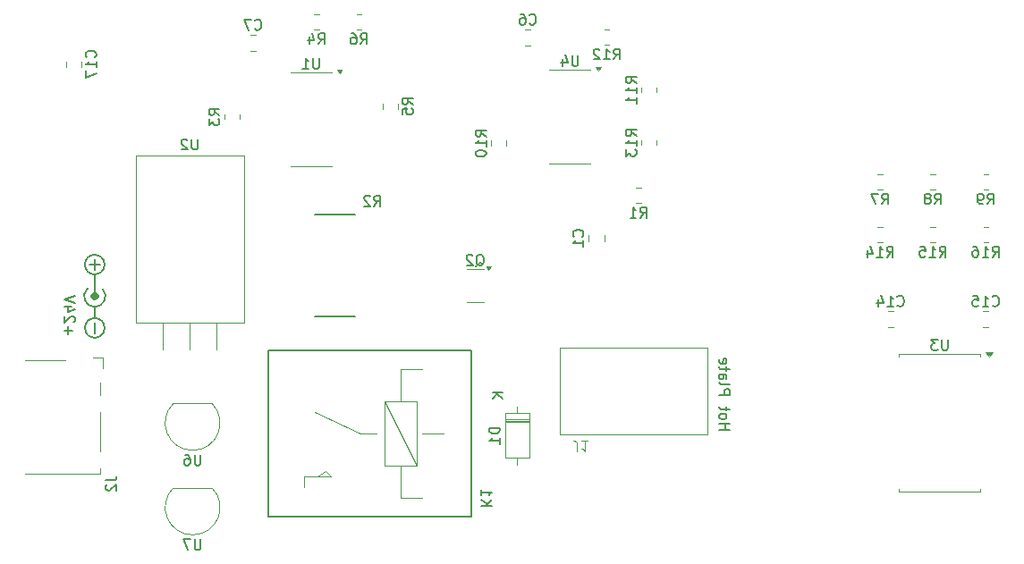
<source format=gbr>
%TF.GenerationSoftware,KiCad,Pcbnew,8.0.1*%
%TF.CreationDate,2024-07-30T14:49:36+02:00*%
%TF.ProjectId,driver,64726976-6572-42e6-9b69-6361645f7063,rev?*%
%TF.SameCoordinates,Original*%
%TF.FileFunction,Legend,Bot*%
%TF.FilePolarity,Positive*%
%FSLAX46Y46*%
G04 Gerber Fmt 4.6, Leading zero omitted, Abs format (unit mm)*
G04 Created by KiCad (PCBNEW 8.0.1) date 2024-07-30 14:49:36*
%MOMM*%
%LPD*%
G01*
G04 APERTURE LIST*
%ADD10C,0.200000*%
%ADD11C,0.150000*%
%ADD12C,0.100000*%
%ADD13C,0.120000*%
%ADD14C,0.152400*%
%ADD15C,0.500000*%
G04 APERTURE END LIST*
D10*
X161475000Y-82000000D02*
X160475000Y-82000000D01*
X160975000Y-81500000D02*
X160975000Y-82500000D01*
X161000000Y-87500000D02*
X161000000Y-88500000D01*
X158488733Y-88630326D02*
X158488733Y-87868422D01*
X158107780Y-88249374D02*
X158869685Y-88249374D01*
X159012542Y-87439850D02*
X159060161Y-87392231D01*
X159060161Y-87392231D02*
X159107780Y-87296993D01*
X159107780Y-87296993D02*
X159107780Y-87058898D01*
X159107780Y-87058898D02*
X159060161Y-86963660D01*
X159060161Y-86963660D02*
X159012542Y-86916041D01*
X159012542Y-86916041D02*
X158917304Y-86868422D01*
X158917304Y-86868422D02*
X158822066Y-86868422D01*
X158822066Y-86868422D02*
X158679209Y-86916041D01*
X158679209Y-86916041D02*
X158107780Y-87487469D01*
X158107780Y-87487469D02*
X158107780Y-86868422D01*
X158774447Y-86011279D02*
X158107780Y-86011279D01*
X159155400Y-86249374D02*
X158441114Y-86487469D01*
X158441114Y-86487469D02*
X158441114Y-85868422D01*
X159107780Y-85630326D02*
X158107780Y-85296993D01*
X158107780Y-85296993D02*
X159107780Y-84963660D01*
X220132780Y-97630326D02*
X221132780Y-97630326D01*
X220656590Y-97630326D02*
X220656590Y-97058898D01*
X220132780Y-97058898D02*
X221132780Y-97058898D01*
X220132780Y-96439850D02*
X220180400Y-96535088D01*
X220180400Y-96535088D02*
X220228019Y-96582707D01*
X220228019Y-96582707D02*
X220323257Y-96630326D01*
X220323257Y-96630326D02*
X220608971Y-96630326D01*
X220608971Y-96630326D02*
X220704209Y-96582707D01*
X220704209Y-96582707D02*
X220751828Y-96535088D01*
X220751828Y-96535088D02*
X220799447Y-96439850D01*
X220799447Y-96439850D02*
X220799447Y-96296993D01*
X220799447Y-96296993D02*
X220751828Y-96201755D01*
X220751828Y-96201755D02*
X220704209Y-96154136D01*
X220704209Y-96154136D02*
X220608971Y-96106517D01*
X220608971Y-96106517D02*
X220323257Y-96106517D01*
X220323257Y-96106517D02*
X220228019Y-96154136D01*
X220228019Y-96154136D02*
X220180400Y-96201755D01*
X220180400Y-96201755D02*
X220132780Y-96296993D01*
X220132780Y-96296993D02*
X220132780Y-96439850D01*
X220799447Y-95820802D02*
X220799447Y-95439850D01*
X221132780Y-95677945D02*
X220275638Y-95677945D01*
X220275638Y-95677945D02*
X220180400Y-95630326D01*
X220180400Y-95630326D02*
X220132780Y-95535088D01*
X220132780Y-95535088D02*
X220132780Y-95439850D01*
X220132780Y-94344611D02*
X221132780Y-94344611D01*
X221132780Y-94344611D02*
X221132780Y-93963659D01*
X221132780Y-93963659D02*
X221085161Y-93868421D01*
X221085161Y-93868421D02*
X221037542Y-93820802D01*
X221037542Y-93820802D02*
X220942304Y-93773183D01*
X220942304Y-93773183D02*
X220799447Y-93773183D01*
X220799447Y-93773183D02*
X220704209Y-93820802D01*
X220704209Y-93820802D02*
X220656590Y-93868421D01*
X220656590Y-93868421D02*
X220608971Y-93963659D01*
X220608971Y-93963659D02*
X220608971Y-94344611D01*
X220132780Y-93201754D02*
X220180400Y-93296992D01*
X220180400Y-93296992D02*
X220275638Y-93344611D01*
X220275638Y-93344611D02*
X221132780Y-93344611D01*
X220132780Y-92392230D02*
X220656590Y-92392230D01*
X220656590Y-92392230D02*
X220751828Y-92439849D01*
X220751828Y-92439849D02*
X220799447Y-92535087D01*
X220799447Y-92535087D02*
X220799447Y-92725563D01*
X220799447Y-92725563D02*
X220751828Y-92820801D01*
X220180400Y-92392230D02*
X220132780Y-92487468D01*
X220132780Y-92487468D02*
X220132780Y-92725563D01*
X220132780Y-92725563D02*
X220180400Y-92820801D01*
X220180400Y-92820801D02*
X220275638Y-92868420D01*
X220275638Y-92868420D02*
X220370876Y-92868420D01*
X220370876Y-92868420D02*
X220466114Y-92820801D01*
X220466114Y-92820801D02*
X220513733Y-92725563D01*
X220513733Y-92725563D02*
X220513733Y-92487468D01*
X220513733Y-92487468D02*
X220561352Y-92392230D01*
X220799447Y-92058896D02*
X220799447Y-91677944D01*
X221132780Y-91916039D02*
X220275638Y-91916039D01*
X220275638Y-91916039D02*
X220180400Y-91868420D01*
X220180400Y-91868420D02*
X220132780Y-91773182D01*
X220132780Y-91773182D02*
X220132780Y-91677944D01*
X220180400Y-90963658D02*
X220132780Y-91058896D01*
X220132780Y-91058896D02*
X220132780Y-91249372D01*
X220132780Y-91249372D02*
X220180400Y-91344610D01*
X220180400Y-91344610D02*
X220275638Y-91392229D01*
X220275638Y-91392229D02*
X220656590Y-91392229D01*
X220656590Y-91392229D02*
X220751828Y-91344610D01*
X220751828Y-91344610D02*
X220799447Y-91249372D01*
X220799447Y-91249372D02*
X220799447Y-91058896D01*
X220799447Y-91058896D02*
X220751828Y-90963658D01*
X220751828Y-90963658D02*
X220656590Y-90916039D01*
X220656590Y-90916039D02*
X220561352Y-90916039D01*
X220561352Y-90916039D02*
X220466114Y-91392229D01*
D11*
X235516666Y-76279819D02*
X235849999Y-75803628D01*
X236088094Y-76279819D02*
X236088094Y-75279819D01*
X236088094Y-75279819D02*
X235707142Y-75279819D01*
X235707142Y-75279819D02*
X235611904Y-75327438D01*
X235611904Y-75327438D02*
X235564285Y-75375057D01*
X235564285Y-75375057D02*
X235516666Y-75470295D01*
X235516666Y-75470295D02*
X235516666Y-75613152D01*
X235516666Y-75613152D02*
X235564285Y-75708390D01*
X235564285Y-75708390D02*
X235611904Y-75756009D01*
X235611904Y-75756009D02*
X235707142Y-75803628D01*
X235707142Y-75803628D02*
X236088094Y-75803628D01*
X235183332Y-75279819D02*
X234516666Y-75279819D01*
X234516666Y-75279819D02*
X234945237Y-76279819D01*
X202166666Y-59179580D02*
X202214285Y-59227200D01*
X202214285Y-59227200D02*
X202357142Y-59274819D01*
X202357142Y-59274819D02*
X202452380Y-59274819D01*
X202452380Y-59274819D02*
X202595237Y-59227200D01*
X202595237Y-59227200D02*
X202690475Y-59131961D01*
X202690475Y-59131961D02*
X202738094Y-59036723D01*
X202738094Y-59036723D02*
X202785713Y-58846247D01*
X202785713Y-58846247D02*
X202785713Y-58703390D01*
X202785713Y-58703390D02*
X202738094Y-58512914D01*
X202738094Y-58512914D02*
X202690475Y-58417676D01*
X202690475Y-58417676D02*
X202595237Y-58322438D01*
X202595237Y-58322438D02*
X202452380Y-58274819D01*
X202452380Y-58274819D02*
X202357142Y-58274819D01*
X202357142Y-58274819D02*
X202214285Y-58322438D01*
X202214285Y-58322438D02*
X202166666Y-58370057D01*
X201309523Y-58274819D02*
X201499999Y-58274819D01*
X201499999Y-58274819D02*
X201595237Y-58322438D01*
X201595237Y-58322438D02*
X201642856Y-58370057D01*
X201642856Y-58370057D02*
X201738094Y-58512914D01*
X201738094Y-58512914D02*
X201785713Y-58703390D01*
X201785713Y-58703390D02*
X201785713Y-59084342D01*
X201785713Y-59084342D02*
X201738094Y-59179580D01*
X201738094Y-59179580D02*
X201690475Y-59227200D01*
X201690475Y-59227200D02*
X201595237Y-59274819D01*
X201595237Y-59274819D02*
X201404761Y-59274819D01*
X201404761Y-59274819D02*
X201309523Y-59227200D01*
X201309523Y-59227200D02*
X201261904Y-59179580D01*
X201261904Y-59179580D02*
X201214285Y-59084342D01*
X201214285Y-59084342D02*
X201214285Y-58846247D01*
X201214285Y-58846247D02*
X201261904Y-58751009D01*
X201261904Y-58751009D02*
X201309523Y-58703390D01*
X201309523Y-58703390D02*
X201404761Y-58655771D01*
X201404761Y-58655771D02*
X201595237Y-58655771D01*
X201595237Y-58655771D02*
X201690475Y-58703390D01*
X201690475Y-58703390D02*
X201738094Y-58751009D01*
X201738094Y-58751009D02*
X201785713Y-58846247D01*
X198054819Y-69857142D02*
X197578628Y-69523809D01*
X198054819Y-69285714D02*
X197054819Y-69285714D01*
X197054819Y-69285714D02*
X197054819Y-69666666D01*
X197054819Y-69666666D02*
X197102438Y-69761904D01*
X197102438Y-69761904D02*
X197150057Y-69809523D01*
X197150057Y-69809523D02*
X197245295Y-69857142D01*
X197245295Y-69857142D02*
X197388152Y-69857142D01*
X197388152Y-69857142D02*
X197483390Y-69809523D01*
X197483390Y-69809523D02*
X197531009Y-69761904D01*
X197531009Y-69761904D02*
X197578628Y-69666666D01*
X197578628Y-69666666D02*
X197578628Y-69285714D01*
X198054819Y-70809523D02*
X198054819Y-70238095D01*
X198054819Y-70523809D02*
X197054819Y-70523809D01*
X197054819Y-70523809D02*
X197197676Y-70428571D01*
X197197676Y-70428571D02*
X197292914Y-70333333D01*
X197292914Y-70333333D02*
X197340533Y-70238095D01*
X197054819Y-71428571D02*
X197054819Y-71523809D01*
X197054819Y-71523809D02*
X197102438Y-71619047D01*
X197102438Y-71619047D02*
X197150057Y-71666666D01*
X197150057Y-71666666D02*
X197245295Y-71714285D01*
X197245295Y-71714285D02*
X197435771Y-71761904D01*
X197435771Y-71761904D02*
X197673866Y-71761904D01*
X197673866Y-71761904D02*
X197864342Y-71714285D01*
X197864342Y-71714285D02*
X197959580Y-71666666D01*
X197959580Y-71666666D02*
X198007200Y-71619047D01*
X198007200Y-71619047D02*
X198054819Y-71523809D01*
X198054819Y-71523809D02*
X198054819Y-71428571D01*
X198054819Y-71428571D02*
X198007200Y-71333333D01*
X198007200Y-71333333D02*
X197959580Y-71285714D01*
X197959580Y-71285714D02*
X197864342Y-71238095D01*
X197864342Y-71238095D02*
X197673866Y-71190476D01*
X197673866Y-71190476D02*
X197435771Y-71190476D01*
X197435771Y-71190476D02*
X197245295Y-71238095D01*
X197245295Y-71238095D02*
X197150057Y-71285714D01*
X197150057Y-71285714D02*
X197102438Y-71333333D01*
X197102438Y-71333333D02*
X197054819Y-71428571D01*
X182166666Y-61104819D02*
X182499999Y-60628628D01*
X182738094Y-61104819D02*
X182738094Y-60104819D01*
X182738094Y-60104819D02*
X182357142Y-60104819D01*
X182357142Y-60104819D02*
X182261904Y-60152438D01*
X182261904Y-60152438D02*
X182214285Y-60200057D01*
X182214285Y-60200057D02*
X182166666Y-60295295D01*
X182166666Y-60295295D02*
X182166666Y-60438152D01*
X182166666Y-60438152D02*
X182214285Y-60533390D01*
X182214285Y-60533390D02*
X182261904Y-60581009D01*
X182261904Y-60581009D02*
X182357142Y-60628628D01*
X182357142Y-60628628D02*
X182738094Y-60628628D01*
X181309523Y-60438152D02*
X181309523Y-61104819D01*
X181547618Y-60057200D02*
X181785713Y-60771485D01*
X181785713Y-60771485D02*
X181166666Y-60771485D01*
X235992857Y-81279819D02*
X236326190Y-80803628D01*
X236564285Y-81279819D02*
X236564285Y-80279819D01*
X236564285Y-80279819D02*
X236183333Y-80279819D01*
X236183333Y-80279819D02*
X236088095Y-80327438D01*
X236088095Y-80327438D02*
X236040476Y-80375057D01*
X236040476Y-80375057D02*
X235992857Y-80470295D01*
X235992857Y-80470295D02*
X235992857Y-80613152D01*
X235992857Y-80613152D02*
X236040476Y-80708390D01*
X236040476Y-80708390D02*
X236088095Y-80756009D01*
X236088095Y-80756009D02*
X236183333Y-80803628D01*
X236183333Y-80803628D02*
X236564285Y-80803628D01*
X235040476Y-81279819D02*
X235611904Y-81279819D01*
X235326190Y-81279819D02*
X235326190Y-80279819D01*
X235326190Y-80279819D02*
X235421428Y-80422676D01*
X235421428Y-80422676D02*
X235516666Y-80517914D01*
X235516666Y-80517914D02*
X235611904Y-80565533D01*
X234183333Y-80613152D02*
X234183333Y-81279819D01*
X234421428Y-80232200D02*
X234659523Y-80946485D01*
X234659523Y-80946485D02*
X234040476Y-80946485D01*
X212279819Y-64817142D02*
X211803628Y-64483809D01*
X212279819Y-64245714D02*
X211279819Y-64245714D01*
X211279819Y-64245714D02*
X211279819Y-64626666D01*
X211279819Y-64626666D02*
X211327438Y-64721904D01*
X211327438Y-64721904D02*
X211375057Y-64769523D01*
X211375057Y-64769523D02*
X211470295Y-64817142D01*
X211470295Y-64817142D02*
X211613152Y-64817142D01*
X211613152Y-64817142D02*
X211708390Y-64769523D01*
X211708390Y-64769523D02*
X211756009Y-64721904D01*
X211756009Y-64721904D02*
X211803628Y-64626666D01*
X211803628Y-64626666D02*
X211803628Y-64245714D01*
X212279819Y-65769523D02*
X212279819Y-65198095D01*
X212279819Y-65483809D02*
X211279819Y-65483809D01*
X211279819Y-65483809D02*
X211422676Y-65388571D01*
X211422676Y-65388571D02*
X211517914Y-65293333D01*
X211517914Y-65293333D02*
X211565533Y-65198095D01*
X212279819Y-66721904D02*
X212279819Y-66150476D01*
X212279819Y-66436190D02*
X211279819Y-66436190D01*
X211279819Y-66436190D02*
X211422676Y-66340952D01*
X211422676Y-66340952D02*
X211517914Y-66245714D01*
X211517914Y-66245714D02*
X211565533Y-66150476D01*
X162054819Y-102422493D02*
X162769104Y-102422493D01*
X162769104Y-102422493D02*
X162911961Y-102374874D01*
X162911961Y-102374874D02*
X163007200Y-102279636D01*
X163007200Y-102279636D02*
X163054819Y-102136779D01*
X163054819Y-102136779D02*
X163054819Y-102041541D01*
X162150057Y-102851065D02*
X162102438Y-102898684D01*
X162102438Y-102898684D02*
X162054819Y-102993922D01*
X162054819Y-102993922D02*
X162054819Y-103232017D01*
X162054819Y-103232017D02*
X162102438Y-103327255D01*
X162102438Y-103327255D02*
X162150057Y-103374874D01*
X162150057Y-103374874D02*
X162245295Y-103422493D01*
X162245295Y-103422493D02*
X162340533Y-103422493D01*
X162340533Y-103422493D02*
X162483390Y-103374874D01*
X162483390Y-103374874D02*
X163054819Y-102803446D01*
X163054819Y-102803446D02*
X163054819Y-103422493D01*
X172804819Y-67833333D02*
X172328628Y-67500000D01*
X172804819Y-67261905D02*
X171804819Y-67261905D01*
X171804819Y-67261905D02*
X171804819Y-67642857D01*
X171804819Y-67642857D02*
X171852438Y-67738095D01*
X171852438Y-67738095D02*
X171900057Y-67785714D01*
X171900057Y-67785714D02*
X171995295Y-67833333D01*
X171995295Y-67833333D02*
X172138152Y-67833333D01*
X172138152Y-67833333D02*
X172233390Y-67785714D01*
X172233390Y-67785714D02*
X172281009Y-67738095D01*
X172281009Y-67738095D02*
X172328628Y-67642857D01*
X172328628Y-67642857D02*
X172328628Y-67261905D01*
X171804819Y-68166667D02*
X171804819Y-68785714D01*
X171804819Y-68785714D02*
X172185771Y-68452381D01*
X172185771Y-68452381D02*
X172185771Y-68595238D01*
X172185771Y-68595238D02*
X172233390Y-68690476D01*
X172233390Y-68690476D02*
X172281009Y-68738095D01*
X172281009Y-68738095D02*
X172376247Y-68785714D01*
X172376247Y-68785714D02*
X172614342Y-68785714D01*
X172614342Y-68785714D02*
X172709580Y-68738095D01*
X172709580Y-68738095D02*
X172757200Y-68690476D01*
X172757200Y-68690476D02*
X172804819Y-68595238D01*
X172804819Y-68595238D02*
X172804819Y-68309524D01*
X172804819Y-68309524D02*
X172757200Y-68214286D01*
X172757200Y-68214286D02*
X172709580Y-68166667D01*
X171031904Y-108014819D02*
X171031904Y-108824342D01*
X171031904Y-108824342D02*
X170984285Y-108919580D01*
X170984285Y-108919580D02*
X170936666Y-108967200D01*
X170936666Y-108967200D02*
X170841428Y-109014819D01*
X170841428Y-109014819D02*
X170650952Y-109014819D01*
X170650952Y-109014819D02*
X170555714Y-108967200D01*
X170555714Y-108967200D02*
X170508095Y-108919580D01*
X170508095Y-108919580D02*
X170460476Y-108824342D01*
X170460476Y-108824342D02*
X170460476Y-108014819D01*
X170079523Y-108014819D02*
X169412857Y-108014819D01*
X169412857Y-108014819D02*
X169841428Y-109014819D01*
X182236904Y-62444819D02*
X182236904Y-63254342D01*
X182236904Y-63254342D02*
X182189285Y-63349580D01*
X182189285Y-63349580D02*
X182141666Y-63397200D01*
X182141666Y-63397200D02*
X182046428Y-63444819D01*
X182046428Y-63444819D02*
X181855952Y-63444819D01*
X181855952Y-63444819D02*
X181760714Y-63397200D01*
X181760714Y-63397200D02*
X181713095Y-63349580D01*
X181713095Y-63349580D02*
X181665476Y-63254342D01*
X181665476Y-63254342D02*
X181665476Y-62444819D01*
X180665476Y-63444819D02*
X181236904Y-63444819D01*
X180951190Y-63444819D02*
X180951190Y-62444819D01*
X180951190Y-62444819D02*
X181046428Y-62587676D01*
X181046428Y-62587676D02*
X181141666Y-62682914D01*
X181141666Y-62682914D02*
X181236904Y-62730533D01*
X245992857Y-81279819D02*
X246326190Y-80803628D01*
X246564285Y-81279819D02*
X246564285Y-80279819D01*
X246564285Y-80279819D02*
X246183333Y-80279819D01*
X246183333Y-80279819D02*
X246088095Y-80327438D01*
X246088095Y-80327438D02*
X246040476Y-80375057D01*
X246040476Y-80375057D02*
X245992857Y-80470295D01*
X245992857Y-80470295D02*
X245992857Y-80613152D01*
X245992857Y-80613152D02*
X246040476Y-80708390D01*
X246040476Y-80708390D02*
X246088095Y-80756009D01*
X246088095Y-80756009D02*
X246183333Y-80803628D01*
X246183333Y-80803628D02*
X246564285Y-80803628D01*
X245040476Y-81279819D02*
X245611904Y-81279819D01*
X245326190Y-81279819D02*
X245326190Y-80279819D01*
X245326190Y-80279819D02*
X245421428Y-80422676D01*
X245421428Y-80422676D02*
X245516666Y-80517914D01*
X245516666Y-80517914D02*
X245611904Y-80565533D01*
X244183333Y-80279819D02*
X244373809Y-80279819D01*
X244373809Y-80279819D02*
X244469047Y-80327438D01*
X244469047Y-80327438D02*
X244516666Y-80375057D01*
X244516666Y-80375057D02*
X244611904Y-80517914D01*
X244611904Y-80517914D02*
X244659523Y-80708390D01*
X244659523Y-80708390D02*
X244659523Y-81089342D01*
X244659523Y-81089342D02*
X244611904Y-81184580D01*
X244611904Y-81184580D02*
X244564285Y-81232200D01*
X244564285Y-81232200D02*
X244469047Y-81279819D01*
X244469047Y-81279819D02*
X244278571Y-81279819D01*
X244278571Y-81279819D02*
X244183333Y-81232200D01*
X244183333Y-81232200D02*
X244135714Y-81184580D01*
X244135714Y-81184580D02*
X244088095Y-81089342D01*
X244088095Y-81089342D02*
X244088095Y-80851247D01*
X244088095Y-80851247D02*
X244135714Y-80756009D01*
X244135714Y-80756009D02*
X244183333Y-80708390D01*
X244183333Y-80708390D02*
X244278571Y-80660771D01*
X244278571Y-80660771D02*
X244469047Y-80660771D01*
X244469047Y-80660771D02*
X244564285Y-80708390D01*
X244564285Y-80708390D02*
X244611904Y-80756009D01*
X244611904Y-80756009D02*
X244659523Y-80851247D01*
X245516666Y-76279819D02*
X245849999Y-75803628D01*
X246088094Y-76279819D02*
X246088094Y-75279819D01*
X246088094Y-75279819D02*
X245707142Y-75279819D01*
X245707142Y-75279819D02*
X245611904Y-75327438D01*
X245611904Y-75327438D02*
X245564285Y-75375057D01*
X245564285Y-75375057D02*
X245516666Y-75470295D01*
X245516666Y-75470295D02*
X245516666Y-75613152D01*
X245516666Y-75613152D02*
X245564285Y-75708390D01*
X245564285Y-75708390D02*
X245611904Y-75756009D01*
X245611904Y-75756009D02*
X245707142Y-75803628D01*
X245707142Y-75803628D02*
X246088094Y-75803628D01*
X245040475Y-76279819D02*
X244849999Y-76279819D01*
X244849999Y-76279819D02*
X244754761Y-76232200D01*
X244754761Y-76232200D02*
X244707142Y-76184580D01*
X244707142Y-76184580D02*
X244611904Y-76041723D01*
X244611904Y-76041723D02*
X244564285Y-75851247D01*
X244564285Y-75851247D02*
X244564285Y-75470295D01*
X244564285Y-75470295D02*
X244611904Y-75375057D01*
X244611904Y-75375057D02*
X244659523Y-75327438D01*
X244659523Y-75327438D02*
X244754761Y-75279819D01*
X244754761Y-75279819D02*
X244945237Y-75279819D01*
X244945237Y-75279819D02*
X245040475Y-75327438D01*
X245040475Y-75327438D02*
X245088094Y-75375057D01*
X245088094Y-75375057D02*
X245135713Y-75470295D01*
X245135713Y-75470295D02*
X245135713Y-75708390D01*
X245135713Y-75708390D02*
X245088094Y-75803628D01*
X245088094Y-75803628D02*
X245040475Y-75851247D01*
X245040475Y-75851247D02*
X244945237Y-75898866D01*
X244945237Y-75898866D02*
X244754761Y-75898866D01*
X244754761Y-75898866D02*
X244659523Y-75851247D01*
X244659523Y-75851247D02*
X244611904Y-75803628D01*
X244611904Y-75803628D02*
X244564285Y-75708390D01*
D12*
X206666666Y-99692580D02*
X206666666Y-98978295D01*
X206666666Y-98978295D02*
X206619047Y-98835438D01*
X206619047Y-98835438D02*
X206523809Y-98740200D01*
X206523809Y-98740200D02*
X206380952Y-98692580D01*
X206380952Y-98692580D02*
X206285714Y-98692580D01*
X207666666Y-98692580D02*
X207095238Y-98692580D01*
X207380952Y-98692580D02*
X207380952Y-99692580D01*
X207380952Y-99692580D02*
X207285714Y-99549723D01*
X207285714Y-99549723D02*
X207190476Y-99454485D01*
X207190476Y-99454485D02*
X207095238Y-99406866D01*
D11*
X186166666Y-61104819D02*
X186499999Y-60628628D01*
X186738094Y-61104819D02*
X186738094Y-60104819D01*
X186738094Y-60104819D02*
X186357142Y-60104819D01*
X186357142Y-60104819D02*
X186261904Y-60152438D01*
X186261904Y-60152438D02*
X186214285Y-60200057D01*
X186214285Y-60200057D02*
X186166666Y-60295295D01*
X186166666Y-60295295D02*
X186166666Y-60438152D01*
X186166666Y-60438152D02*
X186214285Y-60533390D01*
X186214285Y-60533390D02*
X186261904Y-60581009D01*
X186261904Y-60581009D02*
X186357142Y-60628628D01*
X186357142Y-60628628D02*
X186738094Y-60628628D01*
X185309523Y-60104819D02*
X185499999Y-60104819D01*
X185499999Y-60104819D02*
X185595237Y-60152438D01*
X185595237Y-60152438D02*
X185642856Y-60200057D01*
X185642856Y-60200057D02*
X185738094Y-60342914D01*
X185738094Y-60342914D02*
X185785713Y-60533390D01*
X185785713Y-60533390D02*
X185785713Y-60914342D01*
X185785713Y-60914342D02*
X185738094Y-61009580D01*
X185738094Y-61009580D02*
X185690475Y-61057200D01*
X185690475Y-61057200D02*
X185595237Y-61104819D01*
X185595237Y-61104819D02*
X185404761Y-61104819D01*
X185404761Y-61104819D02*
X185309523Y-61057200D01*
X185309523Y-61057200D02*
X185261904Y-61009580D01*
X185261904Y-61009580D02*
X185214285Y-60914342D01*
X185214285Y-60914342D02*
X185214285Y-60676247D01*
X185214285Y-60676247D02*
X185261904Y-60581009D01*
X185261904Y-60581009D02*
X185309523Y-60533390D01*
X185309523Y-60533390D02*
X185404761Y-60485771D01*
X185404761Y-60485771D02*
X185595237Y-60485771D01*
X185595237Y-60485771D02*
X185690475Y-60533390D01*
X185690475Y-60533390D02*
X185738094Y-60581009D01*
X185738094Y-60581009D02*
X185785713Y-60676247D01*
X245992857Y-85854580D02*
X246040476Y-85902200D01*
X246040476Y-85902200D02*
X246183333Y-85949819D01*
X246183333Y-85949819D02*
X246278571Y-85949819D01*
X246278571Y-85949819D02*
X246421428Y-85902200D01*
X246421428Y-85902200D02*
X246516666Y-85806961D01*
X246516666Y-85806961D02*
X246564285Y-85711723D01*
X246564285Y-85711723D02*
X246611904Y-85521247D01*
X246611904Y-85521247D02*
X246611904Y-85378390D01*
X246611904Y-85378390D02*
X246564285Y-85187914D01*
X246564285Y-85187914D02*
X246516666Y-85092676D01*
X246516666Y-85092676D02*
X246421428Y-84997438D01*
X246421428Y-84997438D02*
X246278571Y-84949819D01*
X246278571Y-84949819D02*
X246183333Y-84949819D01*
X246183333Y-84949819D02*
X246040476Y-84997438D01*
X246040476Y-84997438D02*
X245992857Y-85045057D01*
X245040476Y-85949819D02*
X245611904Y-85949819D01*
X245326190Y-85949819D02*
X245326190Y-84949819D01*
X245326190Y-84949819D02*
X245421428Y-85092676D01*
X245421428Y-85092676D02*
X245516666Y-85187914D01*
X245516666Y-85187914D02*
X245611904Y-85235533D01*
X244135714Y-84949819D02*
X244611904Y-84949819D01*
X244611904Y-84949819D02*
X244659523Y-85426009D01*
X244659523Y-85426009D02*
X244611904Y-85378390D01*
X244611904Y-85378390D02*
X244516666Y-85330771D01*
X244516666Y-85330771D02*
X244278571Y-85330771D01*
X244278571Y-85330771D02*
X244183333Y-85378390D01*
X244183333Y-85378390D02*
X244135714Y-85426009D01*
X244135714Y-85426009D02*
X244088095Y-85521247D01*
X244088095Y-85521247D02*
X244088095Y-85759342D01*
X244088095Y-85759342D02*
X244135714Y-85854580D01*
X244135714Y-85854580D02*
X244183333Y-85902200D01*
X244183333Y-85902200D02*
X244278571Y-85949819D01*
X244278571Y-85949819D02*
X244516666Y-85949819D01*
X244516666Y-85949819D02*
X244611904Y-85902200D01*
X244611904Y-85902200D02*
X244659523Y-85854580D01*
X212641666Y-77564819D02*
X212974999Y-77088628D01*
X213213094Y-77564819D02*
X213213094Y-76564819D01*
X213213094Y-76564819D02*
X212832142Y-76564819D01*
X212832142Y-76564819D02*
X212736904Y-76612438D01*
X212736904Y-76612438D02*
X212689285Y-76660057D01*
X212689285Y-76660057D02*
X212641666Y-76755295D01*
X212641666Y-76755295D02*
X212641666Y-76898152D01*
X212641666Y-76898152D02*
X212689285Y-76993390D01*
X212689285Y-76993390D02*
X212736904Y-77041009D01*
X212736904Y-77041009D02*
X212832142Y-77088628D01*
X212832142Y-77088628D02*
X213213094Y-77088628D01*
X211689285Y-77564819D02*
X212260713Y-77564819D01*
X211974999Y-77564819D02*
X211974999Y-76564819D01*
X211974999Y-76564819D02*
X212070237Y-76707676D01*
X212070237Y-76707676D02*
X212165475Y-76802914D01*
X212165475Y-76802914D02*
X212260713Y-76850533D01*
X210117857Y-62564819D02*
X210451190Y-62088628D01*
X210689285Y-62564819D02*
X210689285Y-61564819D01*
X210689285Y-61564819D02*
X210308333Y-61564819D01*
X210308333Y-61564819D02*
X210213095Y-61612438D01*
X210213095Y-61612438D02*
X210165476Y-61660057D01*
X210165476Y-61660057D02*
X210117857Y-61755295D01*
X210117857Y-61755295D02*
X210117857Y-61898152D01*
X210117857Y-61898152D02*
X210165476Y-61993390D01*
X210165476Y-61993390D02*
X210213095Y-62041009D01*
X210213095Y-62041009D02*
X210308333Y-62088628D01*
X210308333Y-62088628D02*
X210689285Y-62088628D01*
X209165476Y-62564819D02*
X209736904Y-62564819D01*
X209451190Y-62564819D02*
X209451190Y-61564819D01*
X209451190Y-61564819D02*
X209546428Y-61707676D01*
X209546428Y-61707676D02*
X209641666Y-61802914D01*
X209641666Y-61802914D02*
X209736904Y-61850533D01*
X208784523Y-61660057D02*
X208736904Y-61612438D01*
X208736904Y-61612438D02*
X208641666Y-61564819D01*
X208641666Y-61564819D02*
X208403571Y-61564819D01*
X208403571Y-61564819D02*
X208308333Y-61612438D01*
X208308333Y-61612438D02*
X208260714Y-61660057D01*
X208260714Y-61660057D02*
X208213095Y-61755295D01*
X208213095Y-61755295D02*
X208213095Y-61850533D01*
X208213095Y-61850533D02*
X208260714Y-61993390D01*
X208260714Y-61993390D02*
X208832142Y-62564819D01*
X208832142Y-62564819D02*
X208213095Y-62564819D01*
X191104819Y-66833333D02*
X190628628Y-66500000D01*
X191104819Y-66261905D02*
X190104819Y-66261905D01*
X190104819Y-66261905D02*
X190104819Y-66642857D01*
X190104819Y-66642857D02*
X190152438Y-66738095D01*
X190152438Y-66738095D02*
X190200057Y-66785714D01*
X190200057Y-66785714D02*
X190295295Y-66833333D01*
X190295295Y-66833333D02*
X190438152Y-66833333D01*
X190438152Y-66833333D02*
X190533390Y-66785714D01*
X190533390Y-66785714D02*
X190581009Y-66738095D01*
X190581009Y-66738095D02*
X190628628Y-66642857D01*
X190628628Y-66642857D02*
X190628628Y-66261905D01*
X190104819Y-67738095D02*
X190104819Y-67261905D01*
X190104819Y-67261905D02*
X190581009Y-67214286D01*
X190581009Y-67214286D02*
X190533390Y-67261905D01*
X190533390Y-67261905D02*
X190485771Y-67357143D01*
X190485771Y-67357143D02*
X190485771Y-67595238D01*
X190485771Y-67595238D02*
X190533390Y-67690476D01*
X190533390Y-67690476D02*
X190581009Y-67738095D01*
X190581009Y-67738095D02*
X190676247Y-67785714D01*
X190676247Y-67785714D02*
X190914342Y-67785714D01*
X190914342Y-67785714D02*
X191009580Y-67738095D01*
X191009580Y-67738095D02*
X191057200Y-67690476D01*
X191057200Y-67690476D02*
X191104819Y-67595238D01*
X191104819Y-67595238D02*
X191104819Y-67357143D01*
X191104819Y-67357143D02*
X191057200Y-67261905D01*
X191057200Y-67261905D02*
X191009580Y-67214286D01*
X199334819Y-97451905D02*
X198334819Y-97451905D01*
X198334819Y-97451905D02*
X198334819Y-97690000D01*
X198334819Y-97690000D02*
X198382438Y-97832857D01*
X198382438Y-97832857D02*
X198477676Y-97928095D01*
X198477676Y-97928095D02*
X198572914Y-97975714D01*
X198572914Y-97975714D02*
X198763390Y-98023333D01*
X198763390Y-98023333D02*
X198906247Y-98023333D01*
X198906247Y-98023333D02*
X199096723Y-97975714D01*
X199096723Y-97975714D02*
X199191961Y-97928095D01*
X199191961Y-97928095D02*
X199287200Y-97832857D01*
X199287200Y-97832857D02*
X199334819Y-97690000D01*
X199334819Y-97690000D02*
X199334819Y-97451905D01*
X199334819Y-98975714D02*
X199334819Y-98404286D01*
X199334819Y-98690000D02*
X198334819Y-98690000D01*
X198334819Y-98690000D02*
X198477676Y-98594762D01*
X198477676Y-98594762D02*
X198572914Y-98499524D01*
X198572914Y-98499524D02*
X198620533Y-98404286D01*
X199654819Y-94118095D02*
X198654819Y-94118095D01*
X199654819Y-94689523D02*
X199083390Y-94260952D01*
X198654819Y-94689523D02*
X199226247Y-94118095D01*
X187456466Y-76473619D02*
X187789799Y-75997428D01*
X188027894Y-76473619D02*
X188027894Y-75473619D01*
X188027894Y-75473619D02*
X187646942Y-75473619D01*
X187646942Y-75473619D02*
X187551704Y-75521238D01*
X187551704Y-75521238D02*
X187504085Y-75568857D01*
X187504085Y-75568857D02*
X187456466Y-75664095D01*
X187456466Y-75664095D02*
X187456466Y-75806952D01*
X187456466Y-75806952D02*
X187504085Y-75902190D01*
X187504085Y-75902190D02*
X187551704Y-75949809D01*
X187551704Y-75949809D02*
X187646942Y-75997428D01*
X187646942Y-75997428D02*
X188027894Y-75997428D01*
X187075513Y-75568857D02*
X187027894Y-75521238D01*
X187027894Y-75521238D02*
X186932656Y-75473619D01*
X186932656Y-75473619D02*
X186694561Y-75473619D01*
X186694561Y-75473619D02*
X186599323Y-75521238D01*
X186599323Y-75521238D02*
X186551704Y-75568857D01*
X186551704Y-75568857D02*
X186504085Y-75664095D01*
X186504085Y-75664095D02*
X186504085Y-75759333D01*
X186504085Y-75759333D02*
X186551704Y-75902190D01*
X186551704Y-75902190D02*
X187123132Y-76473619D01*
X187123132Y-76473619D02*
X186504085Y-76473619D01*
X241761904Y-89104819D02*
X241761904Y-89914342D01*
X241761904Y-89914342D02*
X241714285Y-90009580D01*
X241714285Y-90009580D02*
X241666666Y-90057200D01*
X241666666Y-90057200D02*
X241571428Y-90104819D01*
X241571428Y-90104819D02*
X241380952Y-90104819D01*
X241380952Y-90104819D02*
X241285714Y-90057200D01*
X241285714Y-90057200D02*
X241238095Y-90009580D01*
X241238095Y-90009580D02*
X241190476Y-89914342D01*
X241190476Y-89914342D02*
X241190476Y-89104819D01*
X240809523Y-89104819D02*
X240190476Y-89104819D01*
X240190476Y-89104819D02*
X240523809Y-89485771D01*
X240523809Y-89485771D02*
X240380952Y-89485771D01*
X240380952Y-89485771D02*
X240285714Y-89533390D01*
X240285714Y-89533390D02*
X240238095Y-89581009D01*
X240238095Y-89581009D02*
X240190476Y-89676247D01*
X240190476Y-89676247D02*
X240190476Y-89914342D01*
X240190476Y-89914342D02*
X240238095Y-90009580D01*
X240238095Y-90009580D02*
X240285714Y-90057200D01*
X240285714Y-90057200D02*
X240380952Y-90104819D01*
X240380952Y-90104819D02*
X240666666Y-90104819D01*
X240666666Y-90104819D02*
X240761904Y-90057200D01*
X240761904Y-90057200D02*
X240809523Y-90009580D01*
X171031904Y-100014819D02*
X171031904Y-100824342D01*
X171031904Y-100824342D02*
X170984285Y-100919580D01*
X170984285Y-100919580D02*
X170936666Y-100967200D01*
X170936666Y-100967200D02*
X170841428Y-101014819D01*
X170841428Y-101014819D02*
X170650952Y-101014819D01*
X170650952Y-101014819D02*
X170555714Y-100967200D01*
X170555714Y-100967200D02*
X170508095Y-100919580D01*
X170508095Y-100919580D02*
X170460476Y-100824342D01*
X170460476Y-100824342D02*
X170460476Y-100014819D01*
X169555714Y-100014819D02*
X169746190Y-100014819D01*
X169746190Y-100014819D02*
X169841428Y-100062438D01*
X169841428Y-100062438D02*
X169889047Y-100110057D01*
X169889047Y-100110057D02*
X169984285Y-100252914D01*
X169984285Y-100252914D02*
X170031904Y-100443390D01*
X170031904Y-100443390D02*
X170031904Y-100824342D01*
X170031904Y-100824342D02*
X169984285Y-100919580D01*
X169984285Y-100919580D02*
X169936666Y-100967200D01*
X169936666Y-100967200D02*
X169841428Y-101014819D01*
X169841428Y-101014819D02*
X169650952Y-101014819D01*
X169650952Y-101014819D02*
X169555714Y-100967200D01*
X169555714Y-100967200D02*
X169508095Y-100919580D01*
X169508095Y-100919580D02*
X169460476Y-100824342D01*
X169460476Y-100824342D02*
X169460476Y-100586247D01*
X169460476Y-100586247D02*
X169508095Y-100491009D01*
X169508095Y-100491009D02*
X169555714Y-100443390D01*
X169555714Y-100443390D02*
X169650952Y-100395771D01*
X169650952Y-100395771D02*
X169841428Y-100395771D01*
X169841428Y-100395771D02*
X169936666Y-100443390D01*
X169936666Y-100443390D02*
X169984285Y-100491009D01*
X169984285Y-100491009D02*
X170031904Y-100586247D01*
X240516666Y-76279819D02*
X240849999Y-75803628D01*
X241088094Y-76279819D02*
X241088094Y-75279819D01*
X241088094Y-75279819D02*
X240707142Y-75279819D01*
X240707142Y-75279819D02*
X240611904Y-75327438D01*
X240611904Y-75327438D02*
X240564285Y-75375057D01*
X240564285Y-75375057D02*
X240516666Y-75470295D01*
X240516666Y-75470295D02*
X240516666Y-75613152D01*
X240516666Y-75613152D02*
X240564285Y-75708390D01*
X240564285Y-75708390D02*
X240611904Y-75756009D01*
X240611904Y-75756009D02*
X240707142Y-75803628D01*
X240707142Y-75803628D02*
X241088094Y-75803628D01*
X239945237Y-75708390D02*
X240040475Y-75660771D01*
X240040475Y-75660771D02*
X240088094Y-75613152D01*
X240088094Y-75613152D02*
X240135713Y-75517914D01*
X240135713Y-75517914D02*
X240135713Y-75470295D01*
X240135713Y-75470295D02*
X240088094Y-75375057D01*
X240088094Y-75375057D02*
X240040475Y-75327438D01*
X240040475Y-75327438D02*
X239945237Y-75279819D01*
X239945237Y-75279819D02*
X239754761Y-75279819D01*
X239754761Y-75279819D02*
X239659523Y-75327438D01*
X239659523Y-75327438D02*
X239611904Y-75375057D01*
X239611904Y-75375057D02*
X239564285Y-75470295D01*
X239564285Y-75470295D02*
X239564285Y-75517914D01*
X239564285Y-75517914D02*
X239611904Y-75613152D01*
X239611904Y-75613152D02*
X239659523Y-75660771D01*
X239659523Y-75660771D02*
X239754761Y-75708390D01*
X239754761Y-75708390D02*
X239945237Y-75708390D01*
X239945237Y-75708390D02*
X240040475Y-75756009D01*
X240040475Y-75756009D02*
X240088094Y-75803628D01*
X240088094Y-75803628D02*
X240135713Y-75898866D01*
X240135713Y-75898866D02*
X240135713Y-76089342D01*
X240135713Y-76089342D02*
X240088094Y-76184580D01*
X240088094Y-76184580D02*
X240040475Y-76232200D01*
X240040475Y-76232200D02*
X239945237Y-76279819D01*
X239945237Y-76279819D02*
X239754761Y-76279819D01*
X239754761Y-76279819D02*
X239659523Y-76232200D01*
X239659523Y-76232200D02*
X239611904Y-76184580D01*
X239611904Y-76184580D02*
X239564285Y-76089342D01*
X239564285Y-76089342D02*
X239564285Y-75898866D01*
X239564285Y-75898866D02*
X239611904Y-75803628D01*
X239611904Y-75803628D02*
X239659523Y-75756009D01*
X239659523Y-75756009D02*
X239754761Y-75708390D01*
X207179580Y-79333333D02*
X207227200Y-79285714D01*
X207227200Y-79285714D02*
X207274819Y-79142857D01*
X207274819Y-79142857D02*
X207274819Y-79047619D01*
X207274819Y-79047619D02*
X207227200Y-78904762D01*
X207227200Y-78904762D02*
X207131961Y-78809524D01*
X207131961Y-78809524D02*
X207036723Y-78761905D01*
X207036723Y-78761905D02*
X206846247Y-78714286D01*
X206846247Y-78714286D02*
X206703390Y-78714286D01*
X206703390Y-78714286D02*
X206512914Y-78761905D01*
X206512914Y-78761905D02*
X206417676Y-78809524D01*
X206417676Y-78809524D02*
X206322438Y-78904762D01*
X206322438Y-78904762D02*
X206274819Y-79047619D01*
X206274819Y-79047619D02*
X206274819Y-79142857D01*
X206274819Y-79142857D02*
X206322438Y-79285714D01*
X206322438Y-79285714D02*
X206370057Y-79333333D01*
X207274819Y-80285714D02*
X207274819Y-79714286D01*
X207274819Y-80000000D02*
X206274819Y-80000000D01*
X206274819Y-80000000D02*
X206417676Y-79904762D01*
X206417676Y-79904762D02*
X206512914Y-79809524D01*
X206512914Y-79809524D02*
X206560533Y-79714286D01*
X212279819Y-69817142D02*
X211803628Y-69483809D01*
X212279819Y-69245714D02*
X211279819Y-69245714D01*
X211279819Y-69245714D02*
X211279819Y-69626666D01*
X211279819Y-69626666D02*
X211327438Y-69721904D01*
X211327438Y-69721904D02*
X211375057Y-69769523D01*
X211375057Y-69769523D02*
X211470295Y-69817142D01*
X211470295Y-69817142D02*
X211613152Y-69817142D01*
X211613152Y-69817142D02*
X211708390Y-69769523D01*
X211708390Y-69769523D02*
X211756009Y-69721904D01*
X211756009Y-69721904D02*
X211803628Y-69626666D01*
X211803628Y-69626666D02*
X211803628Y-69245714D01*
X212279819Y-70769523D02*
X212279819Y-70198095D01*
X212279819Y-70483809D02*
X211279819Y-70483809D01*
X211279819Y-70483809D02*
X211422676Y-70388571D01*
X211422676Y-70388571D02*
X211517914Y-70293333D01*
X211517914Y-70293333D02*
X211565533Y-70198095D01*
X211279819Y-71102857D02*
X211279819Y-71721904D01*
X211279819Y-71721904D02*
X211660771Y-71388571D01*
X211660771Y-71388571D02*
X211660771Y-71531428D01*
X211660771Y-71531428D02*
X211708390Y-71626666D01*
X211708390Y-71626666D02*
X211756009Y-71674285D01*
X211756009Y-71674285D02*
X211851247Y-71721904D01*
X211851247Y-71721904D02*
X212089342Y-71721904D01*
X212089342Y-71721904D02*
X212184580Y-71674285D01*
X212184580Y-71674285D02*
X212232200Y-71626666D01*
X212232200Y-71626666D02*
X212279819Y-71531428D01*
X212279819Y-71531428D02*
X212279819Y-71245714D01*
X212279819Y-71245714D02*
X212232200Y-71150476D01*
X212232200Y-71150476D02*
X212184580Y-71102857D01*
X176166666Y-59679580D02*
X176214285Y-59727200D01*
X176214285Y-59727200D02*
X176357142Y-59774819D01*
X176357142Y-59774819D02*
X176452380Y-59774819D01*
X176452380Y-59774819D02*
X176595237Y-59727200D01*
X176595237Y-59727200D02*
X176690475Y-59631961D01*
X176690475Y-59631961D02*
X176738094Y-59536723D01*
X176738094Y-59536723D02*
X176785713Y-59346247D01*
X176785713Y-59346247D02*
X176785713Y-59203390D01*
X176785713Y-59203390D02*
X176738094Y-59012914D01*
X176738094Y-59012914D02*
X176690475Y-58917676D01*
X176690475Y-58917676D02*
X176595237Y-58822438D01*
X176595237Y-58822438D02*
X176452380Y-58774819D01*
X176452380Y-58774819D02*
X176357142Y-58774819D01*
X176357142Y-58774819D02*
X176214285Y-58822438D01*
X176214285Y-58822438D02*
X176166666Y-58870057D01*
X175833332Y-58774819D02*
X175166666Y-58774819D01*
X175166666Y-58774819D02*
X175595237Y-59774819D01*
X197593180Y-104834094D02*
X198593180Y-104834094D01*
X197593180Y-104262666D02*
X198164609Y-104691237D01*
X198593180Y-104262666D02*
X198021752Y-104834094D01*
X197593180Y-103310285D02*
X197593180Y-103881713D01*
X197593180Y-103595999D02*
X198593180Y-103595999D01*
X198593180Y-103595999D02*
X198450323Y-103691237D01*
X198450323Y-103691237D02*
X198355085Y-103786475D01*
X198355085Y-103786475D02*
X198307466Y-103881713D01*
X206761904Y-62174819D02*
X206761904Y-62984342D01*
X206761904Y-62984342D02*
X206714285Y-63079580D01*
X206714285Y-63079580D02*
X206666666Y-63127200D01*
X206666666Y-63127200D02*
X206571428Y-63174819D01*
X206571428Y-63174819D02*
X206380952Y-63174819D01*
X206380952Y-63174819D02*
X206285714Y-63127200D01*
X206285714Y-63127200D02*
X206238095Y-63079580D01*
X206238095Y-63079580D02*
X206190476Y-62984342D01*
X206190476Y-62984342D02*
X206190476Y-62174819D01*
X205285714Y-62508152D02*
X205285714Y-63174819D01*
X205523809Y-62127200D02*
X205761904Y-62841485D01*
X205761904Y-62841485D02*
X205142857Y-62841485D01*
X240992857Y-81279819D02*
X241326190Y-80803628D01*
X241564285Y-81279819D02*
X241564285Y-80279819D01*
X241564285Y-80279819D02*
X241183333Y-80279819D01*
X241183333Y-80279819D02*
X241088095Y-80327438D01*
X241088095Y-80327438D02*
X241040476Y-80375057D01*
X241040476Y-80375057D02*
X240992857Y-80470295D01*
X240992857Y-80470295D02*
X240992857Y-80613152D01*
X240992857Y-80613152D02*
X241040476Y-80708390D01*
X241040476Y-80708390D02*
X241088095Y-80756009D01*
X241088095Y-80756009D02*
X241183333Y-80803628D01*
X241183333Y-80803628D02*
X241564285Y-80803628D01*
X240040476Y-81279819D02*
X240611904Y-81279819D01*
X240326190Y-81279819D02*
X240326190Y-80279819D01*
X240326190Y-80279819D02*
X240421428Y-80422676D01*
X240421428Y-80422676D02*
X240516666Y-80517914D01*
X240516666Y-80517914D02*
X240611904Y-80565533D01*
X239135714Y-80279819D02*
X239611904Y-80279819D01*
X239611904Y-80279819D02*
X239659523Y-80756009D01*
X239659523Y-80756009D02*
X239611904Y-80708390D01*
X239611904Y-80708390D02*
X239516666Y-80660771D01*
X239516666Y-80660771D02*
X239278571Y-80660771D01*
X239278571Y-80660771D02*
X239183333Y-80708390D01*
X239183333Y-80708390D02*
X239135714Y-80756009D01*
X239135714Y-80756009D02*
X239088095Y-80851247D01*
X239088095Y-80851247D02*
X239088095Y-81089342D01*
X239088095Y-81089342D02*
X239135714Y-81184580D01*
X239135714Y-81184580D02*
X239183333Y-81232200D01*
X239183333Y-81232200D02*
X239278571Y-81279819D01*
X239278571Y-81279819D02*
X239516666Y-81279819D01*
X239516666Y-81279819D02*
X239611904Y-81232200D01*
X239611904Y-81232200D02*
X239659523Y-81184580D01*
X161039580Y-62357142D02*
X161087200Y-62309523D01*
X161087200Y-62309523D02*
X161134819Y-62166666D01*
X161134819Y-62166666D02*
X161134819Y-62071428D01*
X161134819Y-62071428D02*
X161087200Y-61928571D01*
X161087200Y-61928571D02*
X160991961Y-61833333D01*
X160991961Y-61833333D02*
X160896723Y-61785714D01*
X160896723Y-61785714D02*
X160706247Y-61738095D01*
X160706247Y-61738095D02*
X160563390Y-61738095D01*
X160563390Y-61738095D02*
X160372914Y-61785714D01*
X160372914Y-61785714D02*
X160277676Y-61833333D01*
X160277676Y-61833333D02*
X160182438Y-61928571D01*
X160182438Y-61928571D02*
X160134819Y-62071428D01*
X160134819Y-62071428D02*
X160134819Y-62166666D01*
X160134819Y-62166666D02*
X160182438Y-62309523D01*
X160182438Y-62309523D02*
X160230057Y-62357142D01*
X161134819Y-63309523D02*
X161134819Y-62738095D01*
X161134819Y-63023809D02*
X160134819Y-63023809D01*
X160134819Y-63023809D02*
X160277676Y-62928571D01*
X160277676Y-62928571D02*
X160372914Y-62833333D01*
X160372914Y-62833333D02*
X160420533Y-62738095D01*
X160134819Y-63642857D02*
X160134819Y-64309523D01*
X160134819Y-64309523D02*
X161134819Y-63880952D01*
X236992857Y-85854580D02*
X237040476Y-85902200D01*
X237040476Y-85902200D02*
X237183333Y-85949819D01*
X237183333Y-85949819D02*
X237278571Y-85949819D01*
X237278571Y-85949819D02*
X237421428Y-85902200D01*
X237421428Y-85902200D02*
X237516666Y-85806961D01*
X237516666Y-85806961D02*
X237564285Y-85711723D01*
X237564285Y-85711723D02*
X237611904Y-85521247D01*
X237611904Y-85521247D02*
X237611904Y-85378390D01*
X237611904Y-85378390D02*
X237564285Y-85187914D01*
X237564285Y-85187914D02*
X237516666Y-85092676D01*
X237516666Y-85092676D02*
X237421428Y-84997438D01*
X237421428Y-84997438D02*
X237278571Y-84949819D01*
X237278571Y-84949819D02*
X237183333Y-84949819D01*
X237183333Y-84949819D02*
X237040476Y-84997438D01*
X237040476Y-84997438D02*
X236992857Y-85045057D01*
X236040476Y-85949819D02*
X236611904Y-85949819D01*
X236326190Y-85949819D02*
X236326190Y-84949819D01*
X236326190Y-84949819D02*
X236421428Y-85092676D01*
X236421428Y-85092676D02*
X236516666Y-85187914D01*
X236516666Y-85187914D02*
X236611904Y-85235533D01*
X235183333Y-85283152D02*
X235183333Y-85949819D01*
X235421428Y-84902200D02*
X235659523Y-85616485D01*
X235659523Y-85616485D02*
X235040476Y-85616485D01*
X197095238Y-82150057D02*
X197190476Y-82102438D01*
X197190476Y-82102438D02*
X197285714Y-82007200D01*
X197285714Y-82007200D02*
X197428571Y-81864342D01*
X197428571Y-81864342D02*
X197523809Y-81816723D01*
X197523809Y-81816723D02*
X197619047Y-81816723D01*
X197571428Y-82054819D02*
X197666666Y-82007200D01*
X197666666Y-82007200D02*
X197761904Y-81911961D01*
X197761904Y-81911961D02*
X197809523Y-81721485D01*
X197809523Y-81721485D02*
X197809523Y-81388152D01*
X197809523Y-81388152D02*
X197761904Y-81197676D01*
X197761904Y-81197676D02*
X197666666Y-81102438D01*
X197666666Y-81102438D02*
X197571428Y-81054819D01*
X197571428Y-81054819D02*
X197380952Y-81054819D01*
X197380952Y-81054819D02*
X197285714Y-81102438D01*
X197285714Y-81102438D02*
X197190476Y-81197676D01*
X197190476Y-81197676D02*
X197142857Y-81388152D01*
X197142857Y-81388152D02*
X197142857Y-81721485D01*
X197142857Y-81721485D02*
X197190476Y-81911961D01*
X197190476Y-81911961D02*
X197285714Y-82007200D01*
X197285714Y-82007200D02*
X197380952Y-82054819D01*
X197380952Y-82054819D02*
X197571428Y-82054819D01*
X196761904Y-81150057D02*
X196714285Y-81102438D01*
X196714285Y-81102438D02*
X196619047Y-81054819D01*
X196619047Y-81054819D02*
X196380952Y-81054819D01*
X196380952Y-81054819D02*
X196285714Y-81102438D01*
X196285714Y-81102438D02*
X196238095Y-81150057D01*
X196238095Y-81150057D02*
X196190476Y-81245295D01*
X196190476Y-81245295D02*
X196190476Y-81340533D01*
X196190476Y-81340533D02*
X196238095Y-81483390D01*
X196238095Y-81483390D02*
X196809523Y-82054819D01*
X196809523Y-82054819D02*
X196190476Y-82054819D01*
X170761904Y-70104819D02*
X170761904Y-70914342D01*
X170761904Y-70914342D02*
X170714285Y-71009580D01*
X170714285Y-71009580D02*
X170666666Y-71057200D01*
X170666666Y-71057200D02*
X170571428Y-71104819D01*
X170571428Y-71104819D02*
X170380952Y-71104819D01*
X170380952Y-71104819D02*
X170285714Y-71057200D01*
X170285714Y-71057200D02*
X170238095Y-71009580D01*
X170238095Y-71009580D02*
X170190476Y-70914342D01*
X170190476Y-70914342D02*
X170190476Y-70104819D01*
X169761904Y-70200057D02*
X169714285Y-70152438D01*
X169714285Y-70152438D02*
X169619047Y-70104819D01*
X169619047Y-70104819D02*
X169380952Y-70104819D01*
X169380952Y-70104819D02*
X169285714Y-70152438D01*
X169285714Y-70152438D02*
X169238095Y-70200057D01*
X169238095Y-70200057D02*
X169190476Y-70295295D01*
X169190476Y-70295295D02*
X169190476Y-70390533D01*
X169190476Y-70390533D02*
X169238095Y-70533390D01*
X169238095Y-70533390D02*
X169809523Y-71104819D01*
X169809523Y-71104819D02*
X169190476Y-71104819D01*
D13*
%TO.C,R7*%
X235577064Y-73440000D02*
X235122936Y-73440000D01*
X235577064Y-74910000D02*
X235122936Y-74910000D01*
%TO.C,C6*%
X201738748Y-59765000D02*
X202261252Y-59765000D01*
X201738748Y-61235000D02*
X202261252Y-61235000D01*
%TO.C,R10*%
X198515000Y-70727064D02*
X198515000Y-70272936D01*
X199985000Y-70727064D02*
X199985000Y-70272936D01*
%TO.C,R4*%
X182227064Y-58265000D02*
X181772936Y-58265000D01*
X182227064Y-59735000D02*
X181772936Y-59735000D01*
%TO.C,R14*%
X235577064Y-78440000D02*
X235122936Y-78440000D01*
X235577064Y-79910000D02*
X235122936Y-79910000D01*
%TO.C,R11*%
X212740000Y-65687064D02*
X212740000Y-65232936D01*
X214210000Y-65687064D02*
X214210000Y-65232936D01*
%TO.C,J2*%
X158200000Y-91100000D02*
X154400000Y-91100000D01*
X160800000Y-90800000D02*
X161800000Y-90800000D01*
X161500000Y-94400000D02*
X161500000Y-93200000D01*
X161500000Y-99700000D02*
X161500000Y-96000000D01*
X161500000Y-101800000D02*
X154400000Y-101800000D01*
X161500000Y-101800000D02*
X161500000Y-101300000D01*
X161800000Y-91800000D02*
X161800000Y-90800000D01*
%TO.C,R3*%
X173265000Y-68227064D02*
X173265000Y-67772936D01*
X174735000Y-68227064D02*
X174735000Y-67772936D01*
%TO.C,U7*%
X172070000Y-103150000D02*
X168470000Y-103150000D01*
X170270000Y-107600000D02*
G75*
G02*
X168431522Y-103161522I0J2600000D01*
G01*
X172108478Y-103161522D02*
G75*
G02*
X170270000Y-107600000I-1838478J-1838478D01*
G01*
%TO.C,U1*%
X179525000Y-63835000D02*
X181475000Y-63835000D01*
X179525000Y-72705000D02*
X181475000Y-72705000D01*
X183425000Y-63835000D02*
X181475000Y-63835000D01*
X183425000Y-72705000D02*
X181475000Y-72705000D01*
X184175000Y-63900000D02*
X183935000Y-63570000D01*
X184415000Y-63570000D01*
X184175000Y-63900000D01*
G36*
X184175000Y-63900000D02*
G01*
X183935000Y-63570000D01*
X184415000Y-63570000D01*
X184175000Y-63900000D01*
G37*
%TO.C,R16*%
X245577064Y-78440000D02*
X245122936Y-78440000D01*
X245577064Y-79910000D02*
X245122936Y-79910000D01*
%TO.C,R9*%
X245577064Y-73440000D02*
X245122936Y-73440000D01*
X245577064Y-74910000D02*
X245122936Y-74910000D01*
%TO.C,J1*%
D12*
X219000000Y-89900000D02*
X205000000Y-89900000D01*
X205000000Y-98100000D01*
X219000000Y-98100000D01*
X219000000Y-89900000D01*
D13*
%TO.C,R6*%
X186227064Y-58265000D02*
X185772936Y-58265000D01*
X186227064Y-59735000D02*
X185772936Y-59735000D01*
%TO.C,C15*%
X245088748Y-86440000D02*
X245611252Y-86440000D01*
X245088748Y-87910000D02*
X245611252Y-87910000D01*
%TO.C,R1*%
X212702064Y-74725000D02*
X212247936Y-74725000D01*
X212702064Y-76195000D02*
X212247936Y-76195000D01*
%TO.C,R12*%
X209702064Y-59725000D02*
X209247936Y-59725000D01*
X209702064Y-61195000D02*
X209247936Y-61195000D01*
%TO.C,R5*%
X188265000Y-66772936D02*
X188265000Y-67227064D01*
X189735000Y-66772936D02*
X189735000Y-67227064D01*
%TO.C,D1*%
X199880000Y-96070000D02*
X199880000Y-100310000D01*
X199880000Y-100310000D02*
X202120000Y-100310000D01*
X201000000Y-96070000D02*
X201000000Y-95420000D01*
X201000000Y-100310000D02*
X201000000Y-100960000D01*
X202120000Y-96070000D02*
X199880000Y-96070000D01*
X202120000Y-96670000D02*
X199880000Y-96670000D01*
X202120000Y-96790000D02*
X199880000Y-96790000D01*
X202120000Y-96910000D02*
X199880000Y-96910000D01*
X202120000Y-100310000D02*
X202120000Y-96070000D01*
D14*
%TO.C,R2*%
X181805940Y-86940800D02*
X185661660Y-86940800D01*
X185661660Y-77288800D02*
X181805940Y-77288800D01*
D13*
%TO.C,U3*%
X237140000Y-90490000D02*
X241000000Y-90490000D01*
X237140000Y-90725000D02*
X237140000Y-90490000D01*
X237140000Y-103275000D02*
X237140000Y-103510000D01*
X237140000Y-103510000D02*
X241000000Y-103510000D01*
X244860000Y-90490000D02*
X241000000Y-90490000D01*
X244860000Y-90725000D02*
X244860000Y-90490000D01*
X244860000Y-103275000D02*
X244860000Y-103510000D01*
X244860000Y-103510000D02*
X241000000Y-103510000D01*
X245712500Y-90725000D02*
X245372500Y-90255000D01*
X246052500Y-90255000D01*
X245712500Y-90725000D01*
G36*
X245712500Y-90725000D02*
G01*
X245372500Y-90255000D01*
X246052500Y-90255000D01*
X245712500Y-90725000D01*
G37*
D11*
%TO.C,REF\u002A\u002A*%
X161000000Y-83000000D02*
X161000000Y-85000000D01*
X161000000Y-86100000D02*
X161000000Y-87000000D01*
X161749999Y-84325001D02*
G75*
G02*
X160325001Y-84250001I-749999J-674999D01*
G01*
X161925000Y-82000000D02*
G75*
G02*
X160075000Y-82000000I-925000J0D01*
G01*
X160075000Y-82000000D02*
G75*
G02*
X161925000Y-82000000I925000J0D01*
G01*
D15*
X161175000Y-85000000D02*
G75*
G02*
X160825000Y-85000000I-175000J0D01*
G01*
X160825000Y-85000000D02*
G75*
G02*
X161175000Y-85000000I175000J0D01*
G01*
D11*
X161925000Y-88000000D02*
G75*
G02*
X160075000Y-88000000I-925000J0D01*
G01*
X160075000Y-88000000D02*
G75*
G02*
X161925000Y-88000000I925000J0D01*
G01*
D13*
%TO.C,U6*%
X172070000Y-95150000D02*
X168470000Y-95150000D01*
X170270000Y-99600000D02*
G75*
G02*
X168431522Y-95161522I0J2600000D01*
G01*
X172108478Y-95161522D02*
G75*
G02*
X170270000Y-99600000I-1838478J-1838478D01*
G01*
%TO.C,R8*%
X240577064Y-73440000D02*
X240122936Y-73440000D01*
X240577064Y-74910000D02*
X240122936Y-74910000D01*
%TO.C,C1*%
X207765000Y-79761252D02*
X207765000Y-79238748D01*
X209235000Y-79761252D02*
X209235000Y-79238748D01*
%TO.C,R13*%
X212740000Y-70687064D02*
X212740000Y-70232936D01*
X214210000Y-70687064D02*
X214210000Y-70232936D01*
%TO.C,C7*%
X175738748Y-60265000D02*
X176261252Y-60265000D01*
X175738748Y-61735000D02*
X176261252Y-61735000D01*
D14*
%TO.C,K1*%
X177423800Y-90113300D02*
X177423800Y-105886700D01*
X177423800Y-105886700D02*
X196677000Y-105886700D01*
D12*
X180776000Y-102064000D02*
X180776000Y-103080000D01*
X181792000Y-95968000D02*
X186110000Y-98000000D01*
X182046000Y-102064000D02*
X182808000Y-101556000D01*
X182808000Y-101556000D02*
X183316000Y-102064000D01*
X183316000Y-102064000D02*
X180776000Y-102064000D01*
X186110000Y-98000000D02*
X187634000Y-98000000D01*
X188396000Y-94952000D02*
X191444000Y-101048000D01*
X189920000Y-91904000D02*
X189920000Y-94952000D01*
X189920000Y-104096000D02*
X189920000Y-101048000D01*
X191952000Y-91904000D02*
X189920000Y-91904000D01*
X191952000Y-98000000D02*
X193984000Y-98000000D01*
X191952000Y-104096000D02*
X189920000Y-104096000D01*
D14*
X196677000Y-90113300D02*
X177423800Y-90113300D01*
X196677000Y-105886700D02*
X196677000Y-90113300D01*
D12*
X188396000Y-94952000D02*
X191444000Y-94952000D01*
X191444000Y-101048000D01*
X188396000Y-101048000D01*
X188396000Y-94952000D01*
D13*
%TO.C,U4*%
X204050000Y-63565000D02*
X206000000Y-63565000D01*
X204050000Y-72435000D02*
X206000000Y-72435000D01*
X207950000Y-63565000D02*
X206000000Y-63565000D01*
X207950000Y-72435000D02*
X206000000Y-72435000D01*
X208700000Y-63630000D02*
X208460000Y-63300000D01*
X208940000Y-63300000D01*
X208700000Y-63630000D01*
G36*
X208700000Y-63630000D02*
G01*
X208460000Y-63300000D01*
X208940000Y-63300000D01*
X208700000Y-63630000D01*
G37*
%TO.C,R15*%
X240577064Y-78440000D02*
X240122936Y-78440000D01*
X240577064Y-79910000D02*
X240122936Y-79910000D01*
%TO.C,C17*%
X158265000Y-62738748D02*
X158265000Y-63261252D01*
X159735000Y-62738748D02*
X159735000Y-63261252D01*
%TO.C,C14*%
X236088748Y-86440000D02*
X236611252Y-86440000D01*
X236088748Y-87910000D02*
X236611252Y-87910000D01*
%TO.C,Q2*%
X196200000Y-82440000D02*
X197000000Y-82440000D01*
X196200000Y-85560000D02*
X197000000Y-85560000D01*
X197800000Y-82440000D02*
X197000000Y-82440000D01*
X197800000Y-85560000D02*
X197000000Y-85560000D01*
X198300000Y-82490000D02*
X198060000Y-82160000D01*
X198540000Y-82160000D01*
X198300000Y-82490000D01*
G36*
X198300000Y-82490000D02*
G01*
X198060000Y-82160000D01*
X198540000Y-82160000D01*
X198300000Y-82490000D01*
G37*
%TO.C,U2*%
X164880000Y-71650000D02*
X175120000Y-71650000D01*
X164880000Y-87540000D02*
X164880000Y-71650000D01*
X164880000Y-87540000D02*
X175120000Y-87540000D01*
X167460000Y-90080000D02*
X167460000Y-87540000D01*
X170000000Y-90080000D02*
X170000000Y-87540000D01*
X172540000Y-90080000D02*
X172540000Y-87540000D01*
X175120000Y-87540000D02*
X175120000Y-71650000D01*
%TD*%
M02*

</source>
